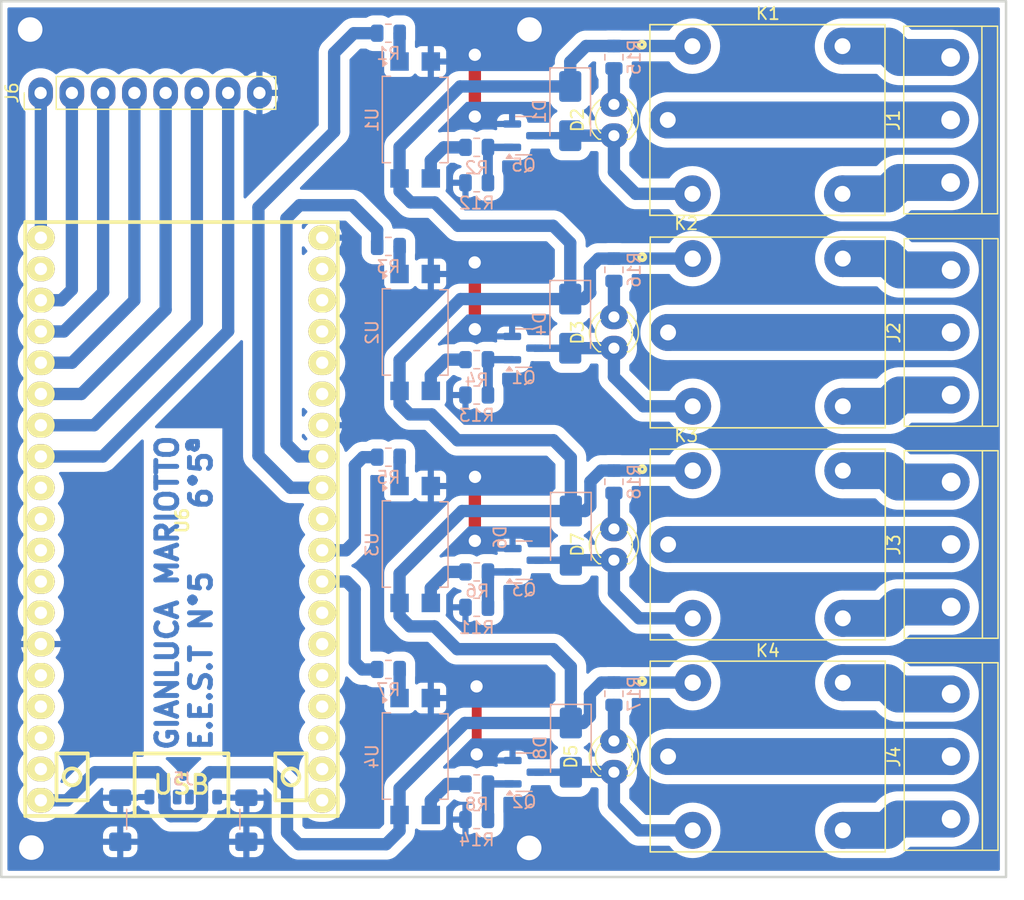
<source format=kicad_pcb>
(kicad_pcb (version 20240108) (generator "pcbnew") (generator_version "8.0")
  (layers (0 "F.Cu" signal) (31 "B.Cu" signal) (34 "B.Paste" user) (35 "F.Paste" user) (36 "B.SilkS" user "B.Silkscreen") (37 "F.SilkS" user "F.Silkscreen") (38 "B.Mask" user) (39 "F.Mask" user) (44 "Edge.Cuts" user))
  (net 0 "")
  (net 1 "GND")
  (net 2 "+5V")
  (net 3 "Net-(D1-A)")
  (net 4 "Net-(D6-A)")
  (net 5 "COM1")
  (net 6 "Net-(Q1-B)")
  (net 7 "Net-(Q2-B)")
  (net 8 "Net-(Q3-B)")
  (net 9 "Net-(Q5-B)")
  (net 10 "Net-(R1-Pad2)")
  (net 11 "Net-(R2-Pad1)")
  (net 12 "Net-(R3-Pad2)")
  (net 13 "Net-(R4-Pad1)")
  (net 14 "Net-(R5-Pad2)")
  (net 15 "Net-(R6-Pad1)")
  (net 16 "Net-(R7-Pad2)")
  (net 17 "Net-(R8-Pad1)")
  (net 19 "IO34")
  (net 23 "IO39")
  (net 26 "IO36")
  (net 27 "IO35")
  (net 29 "IO18")
  (net 31 "IO17")
  (net 32 "IO19")
  (net 34 "IO16")
  (net 39 "+3.3V")
  (net 42 "IO33")
  (net 47 "Net-(D3-K)")
  (net 48 "Net-(D5-K)")
  (net 49 "Net-(D2-A)")
  (net 50 "Net-(D3-A)")
  (net 51 "Net-(D5-A)")
  (net 52 "Net-(D7-A)")
  (net 53 "NO1")
  (net 54 "NC1")
  (net 55 "COM2")
  (net 56 "NO2")
  (net 57 "NC2")
  (net 58 "NO3")
  (net 59 "COM3")
  (net 60 "NC3")
  (net 61 "COM4")
  (net 62 "NC4")
  (net 63 "NO4")
  (net 67 "IO32")
  (footprint "TerminalBlock:TerminalBlock_bornier-3_P5.08mm" (layer "F.Cu") (at 108.115 78.125 90)
    (property "Reference" "J3" (at 5.05 -4.65 -90) (layer "F.SilkS"))
    (property "Value" "bornera")
    (pad "1" thru_hole circle (at 0 0 90) (size 3 3) (drill 1.52) (layers "*.Cu" "*.Mask") (net 58 "NO3"))
    (pad "2" thru_hole circle (at 5.08 0 90) (size 3 3) (drill 1.52) (layers "*.Cu" "*.Mask" "Eco2.User") (net 59 "COM3"))
    (pad "3" thru_hole circle (at 10.16 0 90) (size 3 3) (drill 1.52) (layers "*.Cu" "*.Mask") (net 60 "NC3"))
  )
  (footprint "LED_THT:LED_D3.0mm" (layer "F.Cu") (at 80.7125 39.825 90)
    (property "Reference" "D2" (at 1.27 -2.96 -90) (layer "F.SilkS"))
    (property "Value" "LED")
    (pad "1" thru_hole oval (at 0 0 90) (size 2 2.25) (drill 0.9) (layers "*.Cu" "*.Mask") (net 3 "Net-(D1-A)"))
    (pad "2" thru_hole oval (at 2.54 0 90) (size 2 2.25) (drill 0.9) (layers "*.Cu" "*.Mask") (net 49 "Net-(D2-A)"))
  )
  (footprint "TerminalBlock:TerminalBlock_bornier-3_P5.08mm" (layer "F.Cu") (at 108.1125 95.355 90)
    (property "Reference" "J4" (at 5.05 -4.65 -90) (layer "F.SilkS"))
    (property "Value" "bornera")
    (pad "1" thru_hole circle (at 0 0 90) (size 3 3) (drill 1.52) (layers "*.Cu" "*.Mask") (net 63 "NO4"))
    (pad "2" thru_hole circle (at 5.08 0 90) (size 3 3) (drill 1.52) (layers "*.Cu" "*.Mask") (net 61 "COM4"))
    (pad "3" thru_hole circle (at 10.16 0 90) (size 3 3) (drill 1.52) (layers "*.Cu" "*.Mask") (net 62 "NC4"))
  )
  (footprint "SRD-05VDC-SL-C:RELAY_SRD-05VDC-SL-C" (layer "F.Cu") (at 93.215 73.045)
    (property "Reference" "K3" (at -6.62563 -8.83584 0) (layer "F.SilkS") (effects (font (size 1.000094 1.000094))))
    (property "Value" "RELAY")
    (pad "A1" thru_hole circle (at -6.1 -6) (size 3 3) (drill 1.32) (layers "*.Cu" "*.Mask") (net 2 "+5V"))
    (pad "A2" thru_hole circle (at -6.1 6) (size 3 3) (drill 1.29) (layers "*.Cu" "*.Mask") (net 4 "Net-(D6-A)"))
    (pad "COM" thru_hole circle (at -8.1 0) (size 3 3) (drill 1.29) (layers "*.Cu" "*.Mask") (net 59 "COM3"))
    (pad "NC" thru_hole circle (at 6.1 -6) (size 3 3) (drill 1.29) (layers "*.Cu" "*.Mask") (net 60 "NC3"))
    (pad "NO" thru_hole circle (at 6.1 6) (size 3 3) (drill 1.29) (layers "*.Cu" "*.Mask") (net 58 "NO3"))
  )
  (footprint "LED_THT:LED_D3.0mm" (layer "F.Cu") (at 80.7125 74.32 90)
    (property "Reference" "D7" (at 1.27 -2.96 -90) (layer "F.SilkS"))
    (property "Value" "LED")
    (pad "1" thru_hole oval (at 0 0 90) (size 2 2.25) (drill 0.9) (layers "*.Cu" "*.Mask") (net 4 "Net-(D6-A)"))
    (pad "2" thru_hole oval (at 2.54 0 90) (size 2 2.25) (drill 0.9) (layers "*.Cu" "*.Mask") (net 52 "Net-(D7-A)"))
  )
  (footprint "SRD-05VDC-SL-C:RELAY_SRD-05VDC-SL-C" (layer "F.Cu") (at 93.2125 55.815)
    (property "Reference" "K2" (at -6.62563 -8.83584 0) (layer "F.SilkS") (effects (font (size 1.000094 1.000094))))
    (property "Value" "RELAY")
    (pad "A1" thru_hole circle (at -6.1 -6) (size 3 3) (drill 1.32) (layers "*.Cu" "*.Mask" "Eco1.User") (net 2 "+5V"))
    (pad "A2" thru_hole circle (at -6.1 6) (size 3 3) (drill 1.29) (layers "*.Cu" "*.Mask") (net 47 "Net-(D3-K)"))
    (pad "COM" thru_hole circle (at -8.1 0) (size 3 3) (drill 1.29) (layers "*.Cu" "*.Mask") (net 55 "COM2"))
    (pad "NC" thru_hole circle (at 6.1 -6) (size 3 3) (drill 1.29) (layers "*.Cu" "*.Mask") (net 57 "NC2"))
    (pad "NO" thru_hole circle (at 6.1 6) (size 3 3) (drill 1.29) (layers "*.Cu" "*.Mask") (net 56 "NO2"))
  )
  (footprint "SRD-05VDC-SL-C:RELAY_SRD-05VDC-SL-C" (layer "F.Cu") (at 93.1875 38.55)
    (property "Reference" "K1" (at 0.0375 -8.65 0) (layer "F.SilkS") (effects (font (size 1.000094 1.000094))))
    (property "Value" "RELAY")
    (pad "A1" thru_hole circle (at -6.1 -6) (size 3 3) (drill 1.29) (layers "*.Cu" "*.Mask") (net 2 "+5V"))
    (pad "A2" thru_hole circle (at -6.1 6) (size 3 3) (drill 1.29) (layers "*.Cu" "*.Mask") (net 3 "Net-(D1-A)"))
    (pad "COM" thru_hole circle (at -8.1 0) (size 3 3) (drill 1.29) (layers "*.Cu" "*.Mask") (net 5 "COM1"))
    (pad "NC" thru_hole circle (at 6.1 -6) (size 3 3) (drill 1.29) (layers "*.Cu" "*.Mask") (net 54 "NC1"))
    (pad "NO" thru_hole circle (at 6.1 6) (size 3 3) (drill 1.29) (layers "*.Cu" "*.Mask") (net 53 "NO1"))
  )
  (footprint "TerminalBlock:TerminalBlock_bornier-3_P5.08mm" (layer "F.Cu") (at 108.075 43.63 90)
    (property "Reference" "J1" (at 5.05 -4.65 -90) (layer "F.SilkS"))
    (property "Value" "bornera")
    (pad "1" thru_hole circle (at 0 0 90) (size 3 3) (drill 1.52) (layers "*.Cu" "*.Mask") (net 53 "NO1"))
    (pad "2" thru_hole circle (at 5.08 0 90) (size 3 3) (drill 1.52) (layers "*.Cu" "*.Mask") (net 5 "COM1"))
    (pad "3" thru_hole circle (at 10.16 0 90) (size 3 3) (drill 1.52) (layers "*.Cu" "*.Mask") (net 54 "NC1"))
  )
  (footprint "TerminalBlock:TerminalBlock_bornier-3_P5.08mm" (layer "F.Cu") (at 108.1125 60.895 90)
    (property "Reference" "J2" (at 5.05 -4.65 -90) (layer "F.SilkS"))
    (property "Value" "bornera")
    (pad "1" thru_hole circle (at 0 0 90) (size 3 3) (drill 1.52) (layers "*.Cu" "*.Mask") (net 56 "NO2"))
    (pad "2" thru_hole circle (at 5.08 0 90) (size 3 3) (drill 1.52) (layers "*.Cu" "*.Mask") (net 55 "COM2"))
    (pad "3" thru_hole circle (at 10.16 0 90) (size 3 3) (drill 1.52) (layers "*.Cu" "*.Mask") (net 57 "NC2"))
  )
  (footprint "EESTN5:ESP32S" (layer "F.Cu") (at 45.575 70.975 -90)
    (property "Reference" "U6" (at 0.127 -0.0635 90) (layer "F.SilkS") (effects (font (size 1.016 1.016) (thickness 0.2032))))
    (property "Value" "ESP32" (hide yes))
    (fp_text user "USB" (at 21.59 0 180) (layer "F.SilkS") (effects (font (size 1.524 1.524) (thickness 0.254))))
    (pad "1" thru_hole oval (at -22.86 11.43 270) (size 2 2.25) (drill 1) (layers "*.Cu" "*.Mask" "F.SilkS") (net 39 "+3.3V"))
    (pad "2" thru_hole oval (at -20.32 11.43 270) (size 2 2.25) (drill 1) (layers "*.Cu" "*.Mask" "F.SilkS"))
    (pad "3" thru_hole oval (at -17.78 11.43 270) (size 2 2.25) (drill 1) (layers "*.Cu" "*.Mask" "F.SilkS") (net 67 "IO32"))
    (pad "4" thru_hole oval (at -15.24 11.43 270) (size 2 2.25) (drill 1) (layers "*.Cu" "*.Mask" "F.SilkS") (net 42 "IO33"))
    (pad "5" thru_hole oval (at -12.7 11.43 270) (size 2 2.25) (drill 1) (layers "*.Cu" "*.Mask" "F.SilkS") (net 19 "IO34"))
    (pad "6" thru_hole oval (at -10.16 11.43 270) (size 2 2.25) (drill 1) (layers "*.Cu" "*.Mask" "F.SilkS") (net 27 "IO35"))
    (pad "7" thru_hole oval (at -7.62 11.43 270) (size 2 2.25) (drill 1) (layers "*.Cu" "*.Mask" "F.SilkS") (net 26 "IO36"))
    (pad "8" thru_hole oval (at -5.08 11.43 270) (size 2 2.25) (drill 1) (layers "*.Cu" "*.Mask" "F.SilkS") (net 23 "IO39"))
    (pad "9" thru_hole oval (at -2.54 11.43 270) (size 2 2.25) (drill 1) (layers "*.Cu" "*.Mask" "F.SilkS"))
    (pad "10" thru_hole oval (at 0 11.43 270) (size 2 2.25) (drill 1) (layers "*.Cu" "*.Mask" "F.SilkS"))
    (pad "11" thru_hole oval (at 2.54 11.43 270) (size 2 2.25) (drill 1) (layers "*.Cu" "*.Mask" "F.SilkS"))
    (pad "12" thru_hole oval (at 5.08 11.43 270) (size 2 2.25) (drill 1) (layers "*.Cu" "*.Mask" "F.SilkS"))
    (pad "13" thru_hole oval (at 7.62 11.43 270) (size 2 2.25) (drill 1) (layers "*.Cu" "*.Mask" "F.SilkS"))
    (pad "14" thru_hole oval (at 10.16 11.43 270) (size 2 2.25) (drill 1) (layers "*.Cu" "*.Mask" "F.SilkS") (net 1 "GND"))
    (pad "15" thru_hole oval (at 12.7 11.43 270) (size 2 2.25) (drill 1) (layers "*.Cu" "*.Mask" "F.SilkS"))
    (pad "16" thru_hole oval (at 15.24 11.43 270) (size 2 2.25) (drill 1) (layers "*.Cu" "*.Mask" "F.SilkS"))
    (pad "17" thru_hole oval (at 17.78 11.43 270) (size 2 2.25) (drill 1) (layers "*.Cu" "*.Mask" "F.SilkS"))
    (pad "18" thru_hole oval (at 20.32 11.43 270) (size 2 2.25) (drill 1) (layers "*.Cu" "*.Mask" "F.SilkS"))
    (pad "19" thru_hole oval (at 22.86 11.43 270) (size 2 2.25) (drill 1) (layers "*.Cu" "*.Mask" "F.SilkS") (net 2 "+5V"))
    (pad "20" thru_hole oval (at 22.86 -11.43 270) (size 2 2.25) (drill 1) (layers "*.Cu" "*.Mask" "F.SilkS"))
    (pad "21" thru_hole oval (at 20.32 -11.43 270) (size 2 2.25) (drill 1) (layers "*.Cu" "*.Mask" "F.SilkS"))
    (pad "22" thru_hole oval (at 17.78 -11.43 270) (size 2 2.25) (drill 1) (layers "*.Cu" "*.Mask" "F.SilkS"))
    (pad "23" thru_hole oval (at 15.24 -11.43 270) (size 2 2.25) (drill 1) (layers "*.Cu" "*.Mask" "F.SilkS"))
    (pad "24" thru_hole oval (at 12.7 -11.43 270) (size 2 2.25) (drill 1) (layers "*.Cu" "*.Mask" "F.SilkS"))
    (pad "25" thru_hole oval (at 10.16 -11.43 270) (size 2 2.25) (drill 1) (layers "*.Cu" "*.Mask" "F.SilkS"))
    (pad "26" thru_hole oval (at 7.62 -11.43 270) (size 2 2.25) (drill 1) (layers "*.Cu" "*.Mask" "F.SilkS"))
    (pad "27" thru_hole oval (at 5.08 -11.43 270) (size 2 2.25) (drill 1) (layers "*.Cu" "*.Mask" "F.SilkS") (net 34 "IO16"))
    (pad "28" thru_hole oval (at 2.54 -11.43 270) (size 2 2.25) (drill 1) (layers "*.Cu" "*.Mask" "F.SilkS") (net 31 "IO17"))
    (pad "29" thru_hole oval (at 0 -11.43 270) (size 2 2.25) (drill 1) (layers "*.Cu" "*.Mask" "F.SilkS"))
    (pad "30" thru_hole oval (at -2.54 -11.43 270) (size 2 2.25) (drill 1) (layers "*.Cu" "*.Mask" "F.SilkS") (net 29 "IO18"))
    (pad "31" thru_hole oval (at -5.08 -11.43 270) (size 2 2.25) (drill 1) (layers "*.Cu" "*.Mask" "F.SilkS") (net 32 "IO19"))
    (pad "32" thru_hole oval (at -7.62 -11.43 270) (size 2 2.25) (drill 1) (layers "*.Cu" "*.Mask" "F.SilkS") (net 1 "GND"))
    (pad "33" thru_hole oval (at -10.16 -11.43 270) (size 2 2.25) (drill 1) (layers "*.Cu" "*.Mask" "F.SilkS"))
    (pad "34" thru_hole oval (at -12.7 -11.43 270) (size 2 2.25) (drill 1) (layers "*.Cu" "*.Mask" "F.SilkS"))
    (pad "35" thru_hole oval (at -15.24 -11.43 270) (size 2 2.25) (drill 1) (layers "*.Cu" "*.Mask" "F.SilkS"))
    (pad "36" thru_hole oval (at -17.78 -11.43 270) (size 2 2.25) (drill 1) (layers "*.Cu" "*.Mask" "F.SilkS"))
    (pad "37" thru_hole oval (at -20.32 -11.43 270) (size 2 2.25) (drill 1) (layers "*.Cu" "*.Mask" "F.SilkS"))
    (pad "38" thru_hole oval (at -22.86 -11.43 270) (size 2 2.25) (drill 1) (layers "*.Cu" "*.Mask" "F.SilkS") (net 1 "GND"))
  )
  (footprint "Connector_PinHeader_2.54mm:PinHeader_1x08_P2.54mm_Vertical" (layer "F.Cu") (at 34.125 36.35 90)
    (property "Reference" "J6" (at 0 -2.33 -90) (layer "F.SilkS"))
    (property "Value" "Conn_01x08_Pin")
    (pad "1" thru_hole oval (at 0 0 90) (size 2.5 2) (drill 1) (layers "*.Cu" "*.Mask") (net 39 "+3.3V"))
    (pad "2" thru_hole oval (at 0 2.54 90) (size 2.5 2) (drill 1) (layers "*.Cu" "*.Mask") (net 67 "IO32"))
    (pad "3" thru_hole oval (at 0 5.08 90) (size 2.5 2) (drill 1) (layers "*.Cu" "*.Mask") (net 42 "IO33"))
    (pad "4" thru_hole oval (at 0 7.62 90) (size 2.5 2) (drill 1) (layers "*.Cu" "*.Mask") (net 19 "IO34"))
    (pad "5" thru_hole oval (at 0 10.16 90) (size 2.5 2) (drill 1) (layers "*.Cu" "*.Mask") (net 27 "IO35"))
    (pad "6" thru_hole oval (at 0 12.7 90) (size 2.5 2) (drill 1) (layers "*.Cu" "*.Mask") (net 26 "IO36"))
    (pad "7" thru_hole oval (at 0 15.24 90) (size 2.5 2) (drill 1) (layers "*.Cu" "*.Mask") (net 23 "IO39"))
    (pad "8" thru_hole oval (at 0 17.78 90) (size 2.5 2) (drill 1) (layers "*.Cu" "*.Mask") (net 1 "GND"))
  )
  (footprint "LED_THT:LED_D3.0mm" (layer "F.Cu") (at 80.7125 57.09 90)
    (property "Reference" "D3" (at 1.27 -2.96 -90) (layer "F.SilkS"))
    (property "Value" "LED")
    (pad "1" thru_hole oval (at 0 0 90) (size 2 2.25) (drill 0.9) (layers "*.Cu" "*.Mask") (net 47 "Net-(D3-K)"))
    (pad "2" thru_hole oval (at 2.54 0 90) (size 2 2.25) (drill 0.9) (layers "*.Cu" "*.Mask") (net 50 "Net-(D3-A)"))
  )
  (footprint "LED_THT:LED_D3.0mm" (layer "F.Cu") (at 80.7125 91.55 90)
    (property "Reference" "D5" (at 1.27 -3.5 -90) (layer "F.SilkS"))
    (property "Value" "LED")
    (pad "1" thru_hole oval (at 0 0 90) (size 2 2.25) (drill 0.9) (layers "*.Cu" "*.Mask") (net 48 "Net-(D5-K)"))
    (pad "2" thru_hole oval (at 2.54 0 90) (size 2 2.25) (drill 0.9) (layers "*.Cu" "*.Mask") (net 51 "Net-(D5-A)"))
  )
  (footprint "SRD-05VDC-SL-C:RELAY_SRD-05VDC-SL-C" (layer "F.Cu") (at 93.2125 90.275)
    (property "Reference" "K4" (at 0 -8.6 0) (layer "F.SilkS") (effects (font (size 1.000094 1.000094))))
    (property "Value" "RELAY")
    (pad "A1" thru_hole circle (at -6.1 -6) (size 3 3) (drill 1.32) (layers "*.Cu" "*.Mask") (net 2 "+5V"))
    (pad "A2" thru_hole circle (at -6.1 6) (size 3 3) (drill 1.29) (layers "*.Cu" "*.Mask") (net 48 "Net-(D5-K)"))
    (pad "COM" thru_hole circle (at -8.1 0) (size 3 3) (drill 1.29) (layers "*.Cu" "*.Mask") (net 61 "COM4"))
    (pad "NC" thru_hole circle (at 6.1 -6) (size 3 3) (drill 1.29) (layers "*.Cu" "*.Mask") (net 62 "NC4"))
    (pad "NO" thru_hole circle (at 6.1 6) (size 3 3) (drill 1.29) (layers "*.Cu" "*.Mask") (net 63 "NO4"))
  )
  (footprint "Resistor_SMD:R_0805_2012Metric" (layer "B.Cu") (at 69.5625 75.275)
    (property "Reference" "R6" (at 0.05 1.55 0) (layer "B.SilkS") (effects (justify mirror)))
    (property "Value" "470Ω")
    (pad "1" smd roundrect (at -0.9125 0) (size 1.025 1.4) (layers "B.Cu" "B.Paste" "B.Mask") (roundrect_rratio 0.243902) (net 15 "Net-(R6-Pad1)"))
    (pad "2" smd roundrect (at 0.9125 0) (size 1.025 1.4) (layers "B.Cu" "B.Paste" "B.Mask") (roundrect_rratio 0.243902) (net 8 "Net-(Q3-B)"))
  )
  (footprint "Resistor_SMD:R_0805_2012Metric" (layer "B.Cu") (at 62.3875 48.825)
    (property "Reference" "R3" (at 0 1.65 0) (layer "B.SilkS") (effects (justify mirror)))
    (property "Value" "330Ω")
    (pad "1" smd roundrect (at -0.9125 0) (size 1.025 1.4) (layers "B.Cu" "B.Paste" "B.Mask") (roundrect_rratio 0.243902) (net 32 "IO19"))
    (pad "2" smd roundrect (at 0.9125 0) (size 1.025 1.4) (layers "B.Cu" "B.Paste" "B.Mask") (roundrect_rratio 0.243902) (net 12 "Net-(R3-Pad2)"))
  )
  (footprint "Resistor_SMD:R_0805_2012Metric" (layer "B.Cu") (at 69.5625 95.4)
    (property "Reference" "R14" (at 0 1.65 0) (layer "B.SilkS") (effects (justify mirror)))
    (property "Value" "10kΩ")
    (pad "1" smd roundrect (at -0.9125 0) (size 1.025 1.4) (layers "B.Cu" "B.Paste" "B.Mask") (roundrect_rratio 0.243902) (net 1 "GND"))
    (pad "2" smd roundrect (at 0.9125 0) (size 1.025 1.4) (layers "B.Cu" "B.Paste" "B.Mask") (roundrect_rratio 0.243902) (net 7 "Net-(Q2-B)"))
  )
  (footprint "Diode_SMD:D_SMA" (layer "B.Cu") (at 77.1625 55.1 -90)
    (property "Reference" "D4" (at 0 2.5 90) (layer "B.SilkS") (effects (justify mirror)))
    (property "Value" "1N4007")
    (pad "1" smd roundrect (at -2 0 270) (size 2.5 1.8) (layers "B.Cu" "B.Paste" "B.Mask") (roundrect_rratio 0.1388888889) (net 2 "+5V"))
    (pad "2" smd roundrect (at 2 0 270) (size 2.5 1.8) (layers "B.Cu" "B.Paste" "B.Mask") (roundrect_rratio 0.1388888889) (net 47 "Net-(D3-K)"))
  )
  (footprint "Diode_SMD:D_SMA" (layer "B.Cu") (at 77.2125 72.325 -90)
    (property "Reference" "D6" (at 0.15 5.75 90) (layer "B.SilkS") (effects (justify mirror)))
    (property "Value" "1N4007")
    (pad "1" smd roundrect (at -2 0 270) (size 2.5 1.8) (layers "B.Cu" "B.Paste" "B.Mask") (roundrect_rratio 0.1388888889) (net 2 "+5V"))
    (pad "2" smd roundrect (at 2 0 270) (size 2.5 1.8) (layers "B.Cu" "B.Paste" "B.Mask") (roundrect_rratio 0.1388888889) (net 4 "Net-(D6-A)"))
  )
  (footprint "Package_SO:SSO-4_6.7x5.1mm_P2.54mm_Clearance8mm" (layer "B.Cu") (at 64.5625 90.275 -90)
    (property "Reference" "U4" (at 0 3.5 90) (layer "B.SilkS") (effects (justify mirror)))
    (property "Value" "PC817")
    (pad "1" smd rect (at -4.75 1.27 270) (size 1.5 1.5) (layers "B.Cu" "B.Paste" "B.Mask") (net 16 "Net-(R7-Pad2)"))
    (pad "2" smd rect (at -4.75 -1.27 270) (size 1.5 1.5) (layers "B.Cu" "B.Paste" "B.Mask") (net 1 "GND"))
    (pad "3" smd rect (at 4.75 -1.27 270) (size 1.5 1.5) (layers "B.Cu" "B.Paste" "B.Mask") (net 17 "Net-(R8-Pad1)"))
    (pad "4" smd rect (at 4.75 1.27 270) (size 1.5 1.5) (layers "B.Cu" "B.Paste" "B.Mask") (net 2 "+5V"))
  )
  (footprint "Package_SO:SSO-4_6.7x5.1mm_P2.54mm_Clearance8mm" (layer "B.Cu") (at 64.5625 73.045 -90)
    (property "Reference" "U3" (at 0 3.5 90) (layer "B.SilkS") (effects (justify mirror)))
    (property "Value" "PC817")
    (pad "1" smd rect (at -4.75 1.27 270) (size 1.5 1.5) (layers "B.Cu" "B.Paste" "B.Mask") (net 14 "Net-(R5-Pad2)"))
    (pad "2" smd rect (at -4.75 -1.27 270) (size 1.5 1.5) (layers "B.Cu" "B.Paste" "B.Mask") (net 1 "GND"))
    (pad "3" smd rect (at 4.75 -1.27 270) (size 1.5 1.5) (layers "B.Cu" "B.Paste" "B.Mask") (net 15 "Net-(R6-Pad1)"))
    (pad "4" smd rect (at 4.75 1.27 270) (size 1.5 1.5) (layers "B.Cu" "B.Paste" "B.Mask") (net 2 "+5V"))
  )
  (footprint "Resistor_SMD:R_0805_2012Metric" (layer "B.Cu") (at 69.5625 58.025)
    (property "Reference" "R4" (at 0 1.65 0) (layer "B.SilkS") (effects (justify mirror)))
    (property "Value" "470Ω")
    (pad "1" smd roundrect (at -0.9125 0) (size 1.025 1.4) (layers "B.Cu" "B.Paste" "B.Mask") (roundrect_rratio 0.243902) (net 13 "Net-(R4-Pad1)"))
    (pad "2" smd roundrect (at 0.9125 0) (size 1.025 1.4) (layers "B.Cu" "B.Paste" "B.Mask") (roundrect_rratio 0.243902) (net 6 "Net-(Q1-B)"))
  )
  (footprint "Resistor_SMD:R_0805_2012Metric" (layer "B.Cu") (at 69.5625 92.5)
    (property "Reference" "R8" (at 0 1.65 0) (layer "B.SilkS") (effects (justify mirror)))
    (property "Value" "470Ω")
    (pad "1" smd roundrect (at -0.9125 0) (size 1.025 1.4) (layers "B.Cu" "B.Paste" "B.Mask") (roundrect_rratio 0.243902) (net 17 "Net-(R8-Pad1)"))
    (pad "2" smd roundrect (at 0.9125 0) (size 1.025 1.4) (layers "B.Cu" "B.Paste" "B.Mask") (roundrect_rratio 0.243902) (net 7 "Net-(Q2-B)"))
  )
  (footprint "Connector_USB:USB_C_Receptacle_GCT_USB4135-GF-A_6P_TopMnt_Horizontal" (layer "B.Cu") (at 45.72 96.6 180)
    (property "Reference" "J5" (at 0 4.5 0) (layer "B.SilkS") (effects (justify mirror)))
    (property "Value" "~")
    (pad "A5" smd roundrect (at -0.5 3.0325 180) (size 0.7 1.2) (layers "B.Cu" "B.Paste" "B.Mask"))
    (pad "A9" smd roundrect (at 1.52 3.0325) (size 0.76 1.2) (layers "B.Cu" "B.Paste" "B.Mask") (net 2 "+5V"))
    (pad "A12" smd roundrect (at 2.75 3.0325) (size 0.8 1.2) (layers "B.Cu" "B.Paste" "B.Mask") (net 1 "GND"))
    (pad "B5" smd roundrect (at 0.5 3.0325) (size 0.7 1.2) (layers "B.Cu" "B.Paste" "B.Mask"))
    (pad "B9" smd roundrect (at -1.52 3.0325 180) (size 0.76 1.2) (layers "B.Cu" "B.Paste" "B.Mask") (net 2 "+5V"))
    (pad "B12" smd roundrect (at -2.75 3.0325 180) (size 0.8 1.2) (layers "B.Cu" "B.Paste" "B.Mask") (net 1 "GND"))
    (pad "S1" smd roundrect (at -5.125 -0.6025 180) (size 1.8 1.5) (layers "B.Cu" "B.Paste" "B.Mask") (roundrect_rratio 0.1666666667) (net 1 "GND"))
    (pad "S1" smd roundrect (at -5.125 2.9775 180) (size 1.8 1.35) (layers "B.Cu" "B.Paste" "B.Mask") (roundrect_rratio 0.1851851852) (net 1 "GND"))
    (pad "S1" smd roundrect (at 5.125 -0.6025 180) (size 1.8 1.5) (layers "B.Cu" "B.Paste" "B.Mask") (roundrect_rratio 0.1666666667) (net 1 "GND"))
    (pad "S1" smd roundrect (at 5.125 2.9775 180) (size 1.8 1.35) (layers "B.Cu" "B.Paste" "B.Mask") (roundrect_rratio 0.1851851852) (net 1 "GND"))
  )
  (footprint "Package_SO:SSO-4_6.7x5.1mm_P2.54mm_Clearance8mm" (layer "B.Cu") (at 64.5625 38.55 -90)
    (property "Reference" "U1" (at 0 3.5 90) (layer "B.SilkS") (effects (justify mirror)))
    (property "Value" "PC817")
    (pad "1" smd rect (at -4.75 1.27 270) (size 1.5 1.5) (layers "B.Cu" "B.Paste" "B.Mask") (net 10 "Net-(R1-Pad2)"))
    (pad "2" smd rect (at -4.75 -1.27 270) (size 1.5 1.5) (layers "B.Cu" "B.Paste" "B.Mask") (net 1 "GND"))
    (pad "3" smd rect (at 4.75 -1.27 270) (size 1.5 1.5) (layers "B.Cu" "B.Paste" "B.Mask") (net 11 "Net-(R2-Pad1)"))
    (pad "4" smd rect (at 4.75 1.27 270) (size 1.5 1.5) (layers "B.Cu" "B.Paste" "B.Mask") (net 2 "+5V"))
  )
  (footprint "Diode_SMD:D_SMA" (layer "B.Cu") (at 77.1625 37.825 -90)
    (property "Reference" "D1" (at 0 2.5 90) (layer "B.SilkS") (effects (justify mirror)))
    (property "Value" "1N4007")
    (pad "1" smd roundrect (at -2 0 270) (size 2.5 1.8) (layers "B.Cu" "B.Paste" "B.Mask") (roundrect_rratio 0.1388888889) (net 2 "+5V"))
    (pad "2" smd roundrect (at 2 0 270) (size 2.5 1.8) (layers "B.Cu" "B.Paste" "B.Mask") (roundrect_rratio 0.1388888889) (net 3 "Net-(D1-A)"))
  )
  (footprint "Resistor_SMD:R_0805_2012Metric" (layer "B.Cu") (at 80.7125 85.175 90)
    (property "Reference" "R17" (at 0 1.65 -90) (layer "B.SilkS") (effects (justify mirror)))
    (property "Value" "330Ω")
    (pad "1" smd roundrect (at -0.9125 0 90) (size 1.025 1.4) (layers "B.Cu" "B.Paste" "B.Mask") (roundrect_rratio 0.243902) (net 51 "Net-(D5-A)"))
    (pad "2" smd roundrect (at 0.9125 0 90) (size 1.025 1.4) (layers "B.Cu" "B.Paste" "B.Mask") (roundrect_rratio 0.243902) (net 2 "+5V"))
  )
  (footprint "Resistor_SMD:R_0805_2012Metric" (layer "B.Cu") (at 80.7125 67.95 90)
    (property "Reference" "R18" (at 0 1.65 -90) (layer "B.SilkS") (effects (justify mirror)))
    (property "Value" "330Ω")
    (pad "1" smd roundrect (at -0.9125 0 90) (size 1.025 1.4) (layers "B.Cu" "B.Paste" "B.Mask") (roundrect_rratio 0.243902) (net 52 "Net-(D7-A)"))
    (pad "2" smd roundrect (at 0.9125 0 90) (size 1.025 1.4) (layers "B.Cu" "B.Paste" "B.Mask") (roundrect_rratio 0.243902) (net 2 "+5V"))
  )
  (footprint "Resistor_SMD:R_0805_2012Metric" (layer "B.Cu") (at 80.7125 33.45 90)
    (property "Reference" "R15" (at 0 1.65 -90) (layer "B.SilkS") (effects (justify mirror)))
    (property "Value" "330Ω")
    (pad "1" smd roundrect (at -0.9125 0 90) (size 1.025 1.4) (layers "B.Cu" "B.Paste" "B.Mask") (roundrect_rratio 0.243902) (net 49 "Net-(D2-A)"))
    (pad "2" smd roundrect (at 0.9125 0 90) (size 1.025 1.4) (layers "B.Cu" "B.Paste" "B.Mask") (roundrect_rratio 0.243902) (net 2 "+5V"))
  )
  (footprint "Package_TO_SOT_SMD:SOT-23" (layer "B.Cu") (at 73.375 57.0875)
    (property "Reference" "Q1" (at 0 2.4 0) (layer "B.SilkS") (effects (justify mirror)))
    (property "Value" "BC817")
    (pad "1" smd roundrect (at -0.9375 0.95) (size 1.475 0.6) (layers "B.Cu" "B.Paste" "B.Mask") (net 6 "Net-(Q1-B)"))
    (pad "2" smd roundrect (at -0.9375 -0.95) (size 1.475 0.6) (layers "B.Cu" "B.Paste" "B.Mask") (net 1 "GND"))
    (pad "3" smd roundrect (at 0.9375 0) (size 1.475 0.6) (layers "B.Cu" "B.Paste" "B.Mask") (net 47 "Net-(D3-K)"))
  )
  (footprint "Diode_SMD:D_SMA" (layer "B.Cu") (at 77.2125 89.55 -90)
    (property "Reference" "D8" (at 0 2.5 90) (layer "B.SilkS") (effects (justify mirror)))
    (property "Value" "1N4007")
    (pad "1" smd roundrect (at -2 0 270) (size 2.5 1.8) (layers "B.Cu" "B.Paste" "B.Mask") (roundrect_rratio 0.1388888889) (net 2 "+5V"))
    (pad "2" smd roundrect (at 2 0 270) (size 2.5 1.8) (layers "B.Cu" "B.Paste" "B.Mask") (roundrect_rratio 0.1388888889) (net 48 "Net-(D5-K)"))
  )
  (footprint "Resistor_SMD:R_0805_2012Metric" (layer "B.Cu") (at 62.3875 65.95)
    (property "Reference" "R5" (at 0 1.65 0) (layer "B.SilkS") (effects (justify mirror)))
    (property "Value" "330Ω")
    (pad "1" smd roundrect (at -0.9125 0) (size 1.025 1.4) (layers "B.Cu" "B.Paste" "B.Mask") (roundrect_rratio 0.243902) (net 31 "IO17"))
    (pad "2" smd roundrect (at 0.9125 0) (size 1.025 1.4) (layers "B.Cu" "B.Paste" "B.Mask") (roundrect_rratio 0.243902) (net 14 "Net-(R5-Pad2)"))
  )
  (footprint "Package_TO_SOT_SMD:SOT-23" (layer "B.Cu") (at 73.4125 91.55)
    (property "Reference" "Q2" (at 0 2.4 0) (layer "B.SilkS") (effects (justify mirror)))
    (property "Value" "BC817")
    (pad "1" smd roundrect (at -0.9375 0.95) (size 1.475 0.6) (layers "B.Cu" "B.Paste" "B.Mask") (net 7 "Net-(Q2-B)"))
    (pad "2" smd roundrect (at -0.9375 -0.95) (size 1.475 0.6) (layers "B.Cu" "B.Paste" "B.Mask") (net 1 "GND"))
    (pad "3" smd roundrect (at 0.9375 0) (size 1.475 0.6) (layers "B.Cu" "B.Paste" "B.Mask") (net 48 "Net-(D5-K)"))
  )
  (footprint "Resistor_SMD:R_0805_2012Metric" (layer "B.Cu") (at 62.3875 83.2)
    (property "Reference" "R7" (at 0 1.65 0) (layer "B.SilkS") (effects (justify mirror)))
    (property "Value" "330Ω")
    (pad "1" smd roundrect (at -0.9125 0) (size 1.025 1.4) (layers "B.Cu" "B.Paste" "B.Mask") (roundrect_rratio 0.243902) (net 34 "IO16"))
    (pad "2" smd roundrect (at 0.9125 0) (size 1.025 1.4) (layers "B.Cu" "B.Paste" "B.Mask") (roundrect_rratio 0.243902) (net 16 "Net-(R7-Pad2)"))
  )
  (footprint "Package_TO_SOT_SMD:SOT-23" (layer "B.Cu") (at 73.375 39.825)
    (property "Reference" "Q5" (at 0 2.4 0) (layer "B.SilkS") (effects (justify mirror)))
    (property "Value" "BC817")
    (pad "1" smd roundrect (at -0.9375 0.95) (size 1.475 0.6) (layers "B.Cu" "B.Paste" "B.Mask") (net 9 "Net-(Q5-B)"))
    (pad "2" smd roundrect (at -0.9375 -0.95) (size 1.475 0.6) (layers "B.Cu" "B.Paste" "B.Mask") (net 1 "GND"))
    (pad "3" smd roundrect (at 0.9375 0) (size 1.475 0.6) (layers "B.Cu" "B.Paste" "B.Mask") (net 3 "Net-(D1-A)"))
  )
  (footprint "Resistor_SMD:R_0805_2012Metric" (layer "B.Cu") (at 69.5625 78.15)
    (property "Reference" "R11" (at 0 1.65 0) (layer "B.SilkS") (effects (justify mirror)))
    (property "Value" "10kΩ")
    (pad "1" smd roundrect (at -0.9125 0) (size 1.025 1.4) (layers "B.Cu" "B.Paste" "B.Mask") (roundrect_rratio 0.243902) (net 1 "GND"))
    (pad "2" smd roundrect (at 0.9125 0) (size 1.025 1.4) (layers "B.Cu" "B.Paste" "B.Mask") (roundrect_rratio 0.243902) (net 8 "Net-(Q3-B)"))
  )
  (footprint "Resistor_SMD:R_0805_2012Metric" (layer "B.Cu") (at 69.5625 40.775)
    (property "Reference" "R2" (at 0 1.65 0) (layer "B.SilkS") (effects (justify mirror)))
    (property "Value" "1kΩ")
    (pad "1" smd roundrect (at -0.9125 0) (size 1.025 1.4) (layers "B.Cu" "B.Paste" "B.Mask") (roundrect_rratio 0.243902) (net 11 "Net-(R2-Pad1)"))
    (pad "2" smd roundrect (at 0.9125 0) (size 1.025 1.4) (layers "B.Cu" "B.Paste" "B.Mask") (roundrect_rratio 0.243902) (net 9 "Net-(Q5-B)"))
  )
  (footprint "Package_SO:SSO-4_6.7x5.1mm_P2.54mm_Clearance8mm" (layer "B.Cu") (at 64.5625 55.815 -90)
    (property "Reference" "U2" (at 0 3.5 90) (layer "B.SilkS") (effects (justify mirror)))
    (property "Value" "PC817")
    (pad "1" smd rect (at -4.75 1.27 270) (size 1.5 1.5) (layers "B.Cu" "B.Paste" "B.Mask") (net 12 "Net-(R3-Pad2)"))
    (pad "2" smd rect (at -4.75 -1.27 270) (size 1.5 1.5) (layers "B.Cu" "B.Paste" "B.Mask") (net 1 "GND"))
    (pad "3" smd rect (at 4.75 -1.27 270) (size 1.5 1.5) (layers "B.Cu" "B.Paste" "B.Mask") (net 13 "Net-(R4-Pad1)"))
    (pad "4" smd rect (at 4.75 1.27 270) (size 1.5 1.5) (layers "B.Cu" "B.Paste" "B.Mask") (net 2 "+5V"))
  )
  (footprint "Resistor_SMD:R_0805_2012Metric" (layer "B.Cu") (at 80.7125 50.725 90)
    (property "Reference" "R16" (at 0 1.65 -90) (layer "B.SilkS") (effects (justify mirror)))
    (property "Value" "330Ω")
    (pad "1" smd roundrect (at -0.9125 0 90) (size 1.025 1.4) (layers "B.Cu" "B.Paste" "B.Mask") (roundrect_rratio 0.243902) (net 50 "Net-(D3-A)"))
    (pad "2" smd roundrect (at 0.9125 0 90) (size 1.025 1.4) (layers "B.Cu" "B.Paste" "B.Mask") (roundrect_rratio 0.243902) (net 2 "+5V"))
  )
  (footprint "Resistor_SMD:R_0805_2012Metric" (layer "B.Cu") (at 69.5625 43.65)
    (property "Reference" "R12" (at 0 1.65 0) (layer "B.SilkS") (effects (justify mirror)))
    (property "Value" "10kΩ")
    (pad "1" smd roundrect (at -0.9125 0) (size 1.025 1.4) (layers "B.Cu" "B.Paste" "B.Mask") (roundrect_rratio 0.243902) (net 1 "GND"))
    (pad "2" smd roundrect (at 0.9125 0) (size 1.025 1.4) (layers "B.Cu" "B.Paste" "B.Mask") (roundrect_rratio 0.243902) (net 9 "Net-(Q5-B)"))
  )
  (footprint "Package_TO_SOT_SMD:SOT-23" (layer "B.Cu") (at 73.4125 74.325)
    (property "Reference" "Q3" (at 0 2.4 0) (layer "B.SilkS") (effects (justify mirror)))
    (property "Value" "BC817")
    (pad "1" smd roundrect (at -0.9375 0.95) (size 1.475 0.6) (layers "B.Cu" "B.Paste" "B.Mask") (net 8 "Net-(Q3-B)"))
    (pad "2" smd roundrect (at -0.9375 -0.95) (size 1.475 0.6) (layers "B.Cu" "B.Paste" "B.Mask") (net 1 "GND"))
    (pad "3" smd roundrect (at 0.9375 0) (size 1.475 0.6) (layers "B.Cu" "B.Paste" "B.Mask") (net 4 "Net-(D6-A)"))
  )
  (footprint "Resistor_SMD:R_0805_2012Metric" (layer "B.Cu") (at 62.3875 31.5)
    (property "Reference" "R1" (at 0 1.65 0) (layer "B.SilkS") (effects (justify mirror)))
    (property "Value" "330Ω")
    (pad "1" smd roundrect (at -0.9125 0) (size 1.025 1.4) (layers "B.Cu" "B.Paste" "B.Mask") (roundrect_rratio 0.243902) (net 29 "IO18"))
    (pad "2" smd roundrect (at 0.9125 0) (size 1.025 1.4) (layers "B.Cu" "B.Paste" "B.Mask") (roundrect_rratio 0.243902) (net 10 "Net-(R1-Pad2)"))
  )
  (footprint "Resistor_SMD:R_0805_2012Metric" (layer "B.Cu") (at 69.5625 60.9)
    (property "Reference" "R13" (at 0 1.65 0) (layer "B.SilkS") (effects (justify mirror)))
    (property "Value" "10kΩ")
    (pad "1" smd roundrect (at -0.9125 0) (size 1.025 1.4) (layers "B.Cu" "B.Paste" "B.Mask") (roundrect_rratio 0.243902) (net 1 "GND"))
    (pad "2" smd roundrect (at 0.9125 0) (size 1.025 1.4) (layers "B.Cu" "B.Paste" "B.Mask") (roundrect_rratio 0.243902) (net 6 "Net-(Q1-B)"))
  )
  (gr_rect (start 30.925 28.9) (end 112.575 100.065) (stroke (width 0.2)) (fill none) (layer "Edge.Cuts"))
  (gr_text "GIANLUCA MARIOTTO\nE.E.S.T N°5    6°5ª" (at 48.15 89.95 90) (layer "B.Cu") (effects (font (size 1.7 1.7) (thickness 0.4) (bold yes)) (justify left bottom)))
  (segment (start 69.4125 67.5625) (end 69.425 67.55) (width 1) (layer "F.Cu") (net 1))
  (segment (start 69.3875 38.3) (end 69.4125 38.275) (width 1) (layer "F.Cu") (net 1))
  (segment (start 69.55 84.575) (end 69.5625 84.5875) (width 0.8) (layer "F.Cu") (net 1))
  (segment (start 69.4125 38.275) (end 69.4125 33.25) (width 1) (layer "F.Cu") (net 1))
  (segment (start 69.5625 84.5875) (end 69.5625 90.1) (width 0.8) (layer "F.Cu") (net 1))
  (segment (start 69.4 50.125) (end 69.4125 50.1375) (width 1) (layer "F.Cu") (net 1))
  (segment (start 69.4125 50.1375) (end 69.4125 55.55) (width 1) (layer "F.Cu") (net 1))
  (segment (start 69.4125 72.75) (end 69.4125 67.5625) (width 1) (layer "F.Cu") (net 1))
  (segment (start 69.6 90.0625) (end 69.5625 90.1) (width 0.8) (layer "F.Cu") (net 1))
  (via (at 73.825 97.7) (size 3) (drill 2) (layers "F.Cu" "B.Cu") (net 1))
  (via (at 69.4125 38.275) (size 2) (drill 1) (layers "F.Cu" "B.Cu") (net 1))
  (via (at 33.275 31.2) (size 3) (drill 2) (layers "F.Cu" "B.Cu") (net 1))
  (via (at 69.55 84.575) (size 2) (drill 1) (layers "F.Cu" "B.Cu") (net 1))
  (via (at 69.4125 33.25) (size 2) (drill 1) (layers "F.Cu" "B.Cu") (net 1))
  (via (at 33.375 97.675) (size 3) (drill 2) (layers "F.Cu" "B.Cu") (net 1))
  (via (at 69.425 67.55) (size 2) (drill 1) (layers "F.Cu" "B.Cu") (net 1))
  (via (at 73.85 31.2) (size 3) (drill 2) (layers "F.Cu" "B.Cu") (net 1))
  (via (at 69.4125 55.55) (size 2) (drill 1) (layers "F.Cu" "B.Cu") (net 1))
  (via (at 69.4 50.125) (size 2) (drill 1) (layers "F.Cu" "B.Cu") (net 1))
  (via (at 69.5625 90.1) (size 2) (drill 1) (layers "F.Cu" "B.Cu") (net 1))
  (via (at 69.4125 72.75) (size 2) (drill 1) (layers "F.Cu" "B.Cu") (net 1))
  (segment (start 62.2 97.4) (end 63.2925 96.3075) (width 1) (layer "B.Cu") (net 2))
  (segment (start 78.8 69.9) (end 78.8 67.934252) (width 1) (layer "B.Cu") (net 2))
  (segment (start 78.7625 52.55) (end 78.7625 50.5125) (width 1) (layer "B.Cu") (net 2))
  (segment (start 65.9 62.475) (end 68 64.575) (width 1) (layer "B.Cu") (net 2))
  (segment (start 63.2925 44.3425) (end 64.2 45.25) (width 1) (layer "B.Cu") (net 2))
  (segment (start 77.1625 33.825) (end 78.45 32.5375) (width 1) (layer "B.Cu") (net 2))
  (segment (start 63.2925 61.6425) (end 64.125 62.475) (width 1) (layer "B.Cu") (net 2))
  (segment (start 77.1625 48.5375) (end 77.1625 53.1) (width 1) (layer "B.Cu") (net 2))
  (segment (start 46.725 95.125) (end 47.24 94.61) (width 1) (layer "B.Cu") (net 2))
  (segment (start 78.375 70.325) (end 78.8 69.9) (width 1) (layer "B.Cu") (net 2))
  (segment (start 54.15 96.45) (end 55.1 97.4) (width 1) (layer "B.Cu") (net 2))
  (segment (start 79.4625 49.8125) (end 80.7125 49.8125) (width 1) (layer "B.Cu") (net 2))
  (segment (start 68.05 47.15) (end 75.775 47.15) (width 1) (layer "B.Cu") (net 2))
  (segment (start 77.1625 53.1) (end 78.2625 53.1) (width 1) (layer "B.Cu") (net 2))
  (segment (start 63.2925 96.3075) (end 63.2925 95.025) (width 1) (layer "B.Cu") (net 2))
  (segment (start 38.55 91.55) (end 36.265 93.835) (width 1) (layer "B.Cu") (net 2))
  (segment (start 78.7625 87) (end 78.7625 85.196752) (width 1) (layer "B.Cu") (net 2))
  (segment (start 68.6 87.55) (end 77.2125 87.55) (width 1) (layer "B.Cu") (net 2))
  (segment (start 63.2925 78.8675) (end 64.125 79.7) (width 1) (layer "B.Cu") (net 2))
  (segment (start 63.2925 43.3) (end 63.2925 40.745) (width 1) (layer "B.Cu") (net 2))
  (segment (start 63.2925 95) (end 63.2925 92.8575) (width 1) (layer "B.Cu") (net 2))
  (segment (start 75.8 64.575) (end 77.2125 65.9875) (width 1) (layer "B.Cu") (net 2))
  (segment (start 55.1 97.4) (end 62.2 97.4) (width 1) (layer "B.Cu") (net 2))
  (segment (start 68.2125 35.825) (end 77.1625 35.825) (width 1) (layer "B.Cu") (net 2))
  (segment (start 63.2925 58.0575) (end 68.25 53.1) (width 1) (layer "B.Cu") (net 2))
  (segment (start 63.2925 43.3) (end 63.2925 44.3425) (width 1) (layer "B.Cu") (net 2))
  (segment (start 78.2625 53.1) (end 78.7875 52.575) (width 1) (layer "B.Cu") (net 2))
  (segment (start 52.85 91.55) (end 54.15 92.85) (width 1) (layer "B.Cu") (net 2))
  (segment (start 80.7125 67.0375) (end 87.1075 67.0375) (width 1) (layer "B.Cu") (net 2))
  (segment (start 63.2925 77.795) (end 63.2925 75.4075) (width 1) (layer "B.Cu") (net 2))
  (segment (start 78.7875 52.575) (end 78.7625 52.55) (width 1) (layer "B.Cu") (net 2))
  (segment (start 54.15 92.85) (end 54.15 96.45) (width 1) (layer "B.Cu") (net 2))
  (segment (start 78.2125 87.55) (end 78.7625 87) (width 1) (layer "B.Cu") (net 2))
  (segment (start 47.24 92.185) (end 47.875 91.55) (width 1) (layer "B.Cu") (net 2))
  (segment (start 36.265 93.835) (end 34.145 93.835) (width 1) (layer "B.Cu") (net 2))
  (segment (start 87.1 84.2625) (end 87.1125 84.275) (width 1) (layer "B.Cu") (net 2))
  (segment (start 68.375 70.325) (end 77.2125 70.325) (width 1) (layer "B.Cu") (net 2))
  (segment (start 44.17 93.5675) (end 44.17 92.12) (width 1) (layer "B.Cu") (net 2))
  (segment (start 63.2925 60.565) (end 63.2925 61.6425) (width 1) (layer "B.Cu") (net 2))
  (segment (start 77.2125 70.325) (end 78.375 70.325) (width 1) (layer "B.Cu") (net 2))
  (segment (start 80.7125 84.2625) (end 87.1 84.2625) (width 1) (layer "B.Cu") (net 2))
  (segment (start 79.696752 67.0375) (end 80.7125 67.0375) (width 1) (layer "B.Cu") (net 2))
  (segment (start 87.075 32.5375) (end 87.0875 32.55) (width 1) (layer "B.Cu") (net 2))
  (segment (start 44.2 94.6) (end 44.725 95.125) (width 1) (layer "B.Cu") (net 2))
  (segment (start 44.2 93.5675) (end 44.2 94.6) (width 1) (layer "B.Cu") (net 2))
  (segment (start 44.17 92.12) (end 43.6 91.55) (width 1) (layer "B.Cu") (net 2))
  (segment (start 75.775 81.55) (end 77.2125 82.9875) (width 1) (layer "B.Cu") (net 2))
  (segment (start 64.2 45.25) (end 66.15 45.25) (width 1) (layer "B.Cu") (net 2))
  (segment (start 79.696752 84.2625) (end 80.7125 84.2625) (width 1) (layer "B.Cu") (net 2))
  (segment (start 77.2125 82.9875) (end 77.2125 87.55) (width 1) (layer "B.Cu") (net 2))
  (segment (start 47.875 91.55) (end 52.85 91.55) (width 1) (layer "B.Cu") (net 2))
  (segment (start 80.7125 32.5375) (end 87.075 32.5375) (width 1) (layer "B.Cu") (net 2))
  (segment (start 66.125 79.7) (end 67.975 81.55) (width 1) (layer "B.Cu") (net 2))
  (segment (start 77.2125 87.55) (end 78.2125 87.55) (width 1) (layer "B.Cu") (net 2))
  (segment (start 63.2925 75.4075) (end 68.375 70.325) (width 1) (layer "B.Cu") (net 2))
  (segment (start 68.25 53.1) (end 77.1625 53.1) (width 1) (layer "B.Cu") (net 2))
  (segment (start 63.2925 92.8575) (end 68.6 87.55) (width 1) (layer "B.Cu") (net 2))
  (segment (start 87.11 49.8125) (end 87.1125 49.815) (width 1) (layer "B.Cu") (net 2))
  (segment (start 77.1625 35.825) (end 77.1625 33.825) (width 1) (layer "B.Cu") (net 2))
  (segment (start 43.6 91.55) (end 38.55 91.55) (width 1) (layer "B.Cu") (net 2))
  (segment (start 63.2925 40.745) (end 68.2125 35.825) (width 1) (layer "B.Cu") (net 2))
  (segment (start 64.125 62.475) (end 65.9 62.475) (width 1) (layer "B.Cu") (net 2))
  (segment (start 63.2925 77.795) (end 63.2925 78.8675) (width 1) (layer "B.Cu") (net 2))
  (segment (start 87.1075 67.0375) (end 87.115 67.045) (width 1) (layer "B.Cu") (net 2))
  (segment (start 64.125 79.7) (end 66.125 79.7) (width 1) (layer "B.Cu") (net 2))
  (segment (start 47.24 93.5675) (end 47.24 92.185) (width 1) (layer "B.Cu") (net 2))
  (segment (start 75.775 47.15) (end 77.1625 48.5375) (width 1) (layer "B.Cu") (net 2))
  (segment (start 77.2125 65.9875) (end 77.2125 70.325) (width 1) (layer "B.Cu") (net 2))
  (segment (start 67.975 81.55) (end 75.775 81.55) (width 1) (layer "B.Cu") (net 2))
  (segment (start 80.7125 49.8125) (end 87.11 49.8125) (width 1) (layer "B.Cu") (net 2))
  (segment (start 68 64.575) (end 75.8 64.575) (width 1) (layer "B.Cu") (net 2))
  (segment (start 78.8 67.934252) (end 79.696752 67.0375) (width 1) (layer "B.Cu") (net 2))
  (segment (start 63.2925 60.565) (end 63.2925 58.0575) (width 1) (layer "B.Cu") (net 2))
  (segment (start 47.24 94.61) (end 47.24 93.5675) (width 1) (layer "B.Cu") (net 2))
  (segment (start 44.725 95.125) (end 46.725 95.125) (width 1) (layer "B.Cu") (net 2))
  (segment (start 78.7625 50.5125) (end 79.4625 49.8125) (width 1) (layer "B.Cu") (net 2))
  (segment (start 78.45 32.5375) (end 80.7125 32.5375) (width 1) (layer "B.Cu") (net 2))
  (segment (start 66.15 45.25) (end 68.05 47.15) (width 1) (layer "B.Cu") (net 2))
  (segment (start 78.7625 85.196752) (end 79.696752 84.2625) (width 1) (layer "B.Cu") (net 2))
  (segment (start 80.7125 42.775) (end 82.4875 44.55) (width 1) (layer "B.Cu") (net 3))
  (segment (start 82.4875 44.55) (end 87.0875 44.55) (width 1) (layer "B.Cu") (net 3))
  (segment (start 74.3125 39.825) (end 77.1625 39.825) (width 0.6) (layer "B.Cu") (net 3))
  (segment (start 80.7125 39.825) (end 77.1875 39.825) (width 1) (layer "B.Cu") (net 3))
  (segment (start 80.7125 39.825) (end 80.7125 42.775) (width 1) (layer "B.Cu") (net 3))
  (segment (start 74.35 74.325) (end 77.2125 74.325) (width 0.6) (layer "B.Cu") (net 4))
  (segment (start 82.7575 79.045) (end 87.115 79.045) (width 1) (layer "B.Cu") (net 4))
  (segment (start 80.7125 77) (end 82.7575 79.045) (width 1) (layer "B.Cu") (net 4))
  (segment (start 87.11 79.05) (end 87.115 79.045) (width 1) (layer "B.Cu") (net 4))
  (segment (start 77.2175 74.32) (end 77.2125 74.325) (width 1) (layer "B.Cu") (net 4))
  (segment (start 80.7125 74.32) (end 80.7125 77) (width 1) (layer "B.Cu") (net 4))
  (segment (start 80.7125 74.32) (end 77.2175 74.32) (width 1) (layer "B.Cu") (net 4))
  (segment (start 85.0875 38.55) (end 108.075 38.55) (width 3) (layer "B.Cu") (net 5))
  (segment (start 70.32 58.025) (end 72.425 58.025) (width 0.6) (layer "B.Cu") (net 6))
  (segment (start 72.425 58.025) (end 72.4375 58.0375) (width 0.6) (layer "B.Cu") (net 6))
  (segment (start 70.475 60.9) (end 70.475 58.025) (width 0.8) (layer "B.Cu") (net 6))
  (segment (start 70.475 95.4) (end 70.475 92.5) (width 1) (layer "B.Cu") (net 7))
  (segment (start 72.475 92.5) (end 70.475 92.5) (width 0.6) (layer "B.Cu") (net 7))
  (segment (start 72.475 75.275) (end 70.475 75.275) (width 0.6) (layer "B.Cu") (net 8))
  (segment (start 70.475 78.15) (end 70.475 75.275) (width 1) (layer "B.Cu") (net 8))
  (segment (start 72.4375 40.775) (end 70.32 40.775) (width 0.6) (layer "B.Cu") (net 9))
  (segment (start 70.475 43.65) (end 70.475 40.775) (width 0.8) (layer "B.Cu") (net 9))
  (segment (start 63.2925 33.8) (end 63.2925 31.5075) (width 1) (layer "B.Cu") (net 10))
  (segment (start 63.2925 31.5075) (end 63.3 31.5) (width 1) (layer "B.Cu") (net 10))
  (segment (start 65.8325 41.83) (end 66.8875 40.775) (width 1) (layer "B.Cu") (net 11))
  (segment (start 65.8325 43.3) (end 65.8325 41.83) (width 1) (layer "B.Cu") (net 11))
  (segment (start 66.8875 40.775) (end 68.495 40.775) (width 1) (layer "B.Cu") (net 11))
  (segment (start 63.2925 48.8325) (end 63.3 48.825) (width 1) (layer "B.Cu") (net 12))
  (segment (start 63.2925 51.065) (end 63.2925 48.8325) (width 1) (layer "B.Cu") (net 12))
  (segment (start 67.0875 58.025) (end 68.495 58.025) (width 1) (layer "B.Cu") (net 13))
  (segment (start 65.8325 60.565) (end 65.8325 59.28) (width 1) (layer "B.Cu") (net 13))
  (segment (start 65.8325 59.28) (end 67.0875 58.025) (width 1) (layer "B.Cu") (net 13))
  (segment (start 63.2925 68.295) (end 63.2925 65.9575) (width 1) (layer "B.Cu") (net 14))
  (segment (start 63.2925 65.9575) (end 63.3 65.95) (width 1) (layer "B.Cu") (net 14))
  (segment (start 65.8325 77.795) (end 65.8325 76.58) (width 1) (layer "B.Cu") (net 15))
  (segment (start 65.8325 76.58) (end 67.1375 75.275) (width 1) (layer "B.Cu") (net 15))
  (segment (start 67.1375 75.275) (end 68.65 75.275) (width 1) (layer "B.Cu") (net 15))
  (segment (start 63.3 85.4925) (end 63.2925 85.5) (width 1) (layer "B.Cu") (net 16))
  (segment (start 63.3 83.2) (end 63.3 85.4925) (width 1) (layer "B.Cu") (net 16))
  (segment (start 65.8325 93.8425) (end 67.175 92.5) (width 1) (layer "B.Cu") (net 17))
  (segment (start 67.175 92.5) (end 68.65 92.5) (width 1) (layer "B.Cu") (net 17))
  (segment (start 65.8325 95) (end 65.8325 93.8425) (width 1) (layer "B.Cu") (net 17))
  (segment (start 41.745 53.205) (end 41.745 36.35) (width 1) (layer "B.Cu") (net 19))
  (segment (start 36.675 58.275) (end 41.745 53.205) (width 1) (layer "B.Cu") (net 19))
  (segment (start 34.145 58.275) (end 36.675 58.275) (width 1) (layer "B.Cu") (net 19))
  (segment (start 34.145 65.895) (end 39.18 65.895) (width 1) (layer "B.Cu") (net 23))
  (segment (start 39.18 65.895) (end 49.365 55.71) (width 1) (layer "B.Cu") (net 23))
  (segment (start 49.365 55.71) (end 49.365 36.35) (width 1) (layer "B.Cu") (net 23))
  (segment (start 38.47 63.355) (end 46.825 55) (width 1) (layer "B.Cu") (net 26))
  (segment (start 34.145 63.355) (end 38.47 63.355) (width 1) (layer "B.Cu") (net 26))
  (segment (start 46.825 55) (end 46.825 36.35) (width 1) (layer "B.Cu") (net 26))
  (segment (start 37.435 60.815) (end 44.285 53.965) (width 1) (layer "B.Cu") (net 27))
  (segment (start 44.285 53.965) (end 44.285 36.35) (width 1) (layer "B.Cu") (net 27))
  (segment (start 34.145 60.815) (end 37.435 60.815) (width 1) (layer "B.Cu") (net 27))
  (segment (start 57.975 33.1) (end 59.575 31.5) (width 1) (layer "B.Cu") (net 29))
  (segment (start 59.575 31.5) (end 61.475 31.5) (width 1) (layer "B.Cu") (net 29))
  (segment (start 57.975 39.5) (end 57.975 33.1) (width 1) (layer "B.Cu") (net 29))
  (segment (start 51.825 65.825) (end 51.825 45.65) (width 1) (layer "B.Cu") (net 29))
  (segment (start 57.005 68.435) (end 54.435 68.435) (width 1) (layer "B.Cu") (net 29))
  (segment (start 51.825 45.65) (end 57.975 39.5) (width 1) (layer "B.Cu") (net 29))
  (segment (start 54.435 68.435) (end 51.825 65.825) (width 1) (layer "B.Cu") (net 29))
  (segment (start 59.6625 66.6125) (end 60.325 65.95) (width 1) (layer "B.Cu") (net 31))
  (segment (start 58.935 73.515) (end 59.6625 72.7875) (width 1) (layer "B.Cu") (net 31))
  (segment (start 60.325 65.95) (end 61.475 65.95) (width 1) (layer "B.Cu") (net 31))
  (segment (start 57.005 73.515) (end 58.935 73.515) (width 1) (layer "B.Cu") (net 31))
  (segment (start 59.6625 72.7875) (end 59.6625 66.6125) (width 1) (layer "B.Cu") (net 31))
  (segment (start 54.1 46.55) (end 55.175 45.475) (width 1) (layer "B.Cu") (net 32))
  (segment (start 55.13 65.895) (end 54.1 64.865) (width 1) (layer "B.Cu") (net 32))
  (segment (start 54.1 64.865) (end 54.1 46.55) (width 1) (layer "B.Cu") (net 32))
  (segment (start 57.005 65.895) (end 55.13 65.895) (width 1) (layer "B.Cu") (net 32))
  (segment (start 59.45 45.475) (end 61.475 47.5) (width 1) (layer "B.Cu") (net 32))
  (segment (start 55.175 45.475) (end 59.45 45.475) (width 1) (layer "B.Cu") (net 32))
  (segment (start 61.475 47.5) (end 61.475 48.825) (width 1) (layer "B.Cu") (net 32))
  (segment (start 59.005 76.055) (end 59.65 76.7) (width 1) (layer "B.Cu") (net 34))
  (segment (start 59.65 76.7) (end 59.65 82.6) (width 1) (layer "B.Cu") (net 34))
  (segment (start 57.005 76.055) (end 59.005 76.055) (width 1) (layer "B.Cu") (net 34))
  (segment (start 59.65 82.6) (end 60.25 83.2) (width 1) (layer "B.Cu") (net 34))
  (segment (start 60.25 83.2) (end 61.475 83.2) (width 1) (layer "B.Cu") (net 34))
  (segment (start 34.145 48.115) (end 34.145 36.37) (width 1) (layer "B.Cu") (net 39))
  (segment (start 34.145 36.37) (end 34.125 36.35) (width 1) (layer "B.Cu") (net 39))
  (segment (start 39.205 52.55) (end 39.205 36.35) (width 1) (layer "B.Cu") (net 42))
  (segment (start 34.145 55.735) (end 36.02 55.735) (width 1) (layer "B.Cu") (net 42))
  (segment (start 36.02 55.735) (end 39.205 52.55) (width 1) (layer "B.Cu") (net 42))
  (segment (start 77.1725 57.09) (end 77.1625 57.1) (width 1) (layer "B.Cu") (net 47))
  (segment (start 77.1625 57.1) (end 74.325 57.1) (width 0.6) (layer "B.Cu") (net 47))
  (segment (start 80.7125 57.09) (end 77.1725 57.09) (width 1) (layer "B.Cu") (net 47))
  (segment (start 80.7125 57.09) (end 80.7125 59.425) (width 1) (layer "B.Cu") (net 47))
  (segment (start 80.7125 59.425) (end 83.1025 61.815) (width 1) (layer "B.Cu") (net 47))
  (segment (start 74.325 57.1) (end 74.3125 57.0875) (width 0.6) (layer "B.Cu") (net 47))
  (segment (start 83.1025 61.815) (end 87.1125 61.815) (width 1) (layer "B.Cu") (net 47))
  (segment (start 80.7125 91.525) (end 77.2375 91.525) (width 1) (layer "B.Cu") (net 48))
  (segment (start 80.7125 91.525) (end 80.7125 94.225) (width 1) (layer "B.Cu") (net 48))
  (segment (start 74.35 91.55) (end 77.2125 91.55) (width 0.6) (layer "B.Cu") (net 48))
  (segment (start 82.7625 96.275) (end 87.1125 96.275) (width 1) (layer "B.Cu") (net 48))
  (segment (start 80.7125 94.225) (end 82.7625 96.275) (width 1) (layer "B.Cu") (net 48))
  (segment (start 77.2375 91.525) (end 77.2125 91.55) (width 1) (layer "B.Cu") (net 48))
  (segment (start 80.7125 37.285) (end 80.7125 34.3625) (width 1) (layer "B.Cu") (net 49))
  (segment (start 80.7125 54.55) (end 80.7125 51.6375) (width 1) (layer "B.Cu") (net 50))
  (segment (start 80.7125 89.01) (end 80.7125 86.0875) (width 1) (layer "B.Cu") (net 51))
  (segment (start 80.7125 68.8625) (end 80.7125 71.78) (width 1) (layer "B.Cu") (net 52))
  (segment (start 103.92 43.63) (end 108.075 43.63) (width 3) (layer "B.Cu") (net 53))
  (segment (start 103 44.55) (end 103.92 43.63) (width 3) (layer "B.Cu") (net 53))
  (segment (start 99.2875 44.55) (end 103 44.55) (width 3) (layer "B.Cu") (net 53))
  (segment (start 103.025 32.55) (end 103.945 33.47) (width 3) (layer "B.Cu") (net 54))
  (segment (start 99.2875 32.55) (end 103.025 32.55) (width 3) (layer "B.Cu") (net 54))
  (segment (start 103.945 33.47) (end 108.075 33.47) (width 3) (layer "B.Cu") (net 54))
  (segment (start 85.1125 55.815) (end 108.1125 55.815) (width 3) (layer "B.Cu") (net 55))
  (segment (start 103.9425 60.895) (end 108.1125 60.895) (width 3) (layer "B.Cu") (net 56))
  (segment (start 99.3125 61.815) (end 103.0225 61.815) (width 3) (layer "B.Cu") (net 56))
  (segment (start 103.0225 61.815) (end 103.9425 60.895) (width 3) (layer "B.Cu") (net 56))
  (segment (start 99.3125 49.815) (end 103.0375 49.815) (width 3) (layer "B.Cu") (net 57))
  (segment (start 103.0375 49.815) (end 103.9575 50.735) (width 3) (layer "B.Cu") (net 57))
  (segment (start 103.9575 50.735) (end 108.1125 50.735) (width 3) (layer "B.Cu") (net 57))
  (segment (start 103.81 78.125) (end 108.115 78.125) (width 3) (layer "B.Cu") (net 58))
  (segment (start 99.315 79.045) (end 102.89 79.045) (width 3) (layer "B.Cu") (net 58))
  (segment (start 102.89 79.045) (end 103.81 78.125) (width 3) (layer "B.Cu") (net 58))
  (segment (start 85.115 73.045) (end 108.115 73.045) (width 3) (layer "B.Cu") (net 59))
  (segment (start 102.915 67.045) (end 103.84 67.97) (width 3) (layer "B.Cu") (net 60))
  (segment (start 103.84 67.97) (end 108.11 67.97) (width 3) (layer "B.Cu") (net 60))
  (segment (start 99.315 67.045) (end 102.915 67.045) (width 3) (layer "B.Cu") (net 60))
  (segment (start 108.11 67.97) (end 108.115 67.965) (width 3) (layer "B.Cu") (net 60))
  (segment (start 85.1125 90.275) (end 108.1125 90.275) (width 3) (layer "B.Cu") (net 61))
  (segment (start 99.3125 84.275) (end 102.9125 84.275) (width 3) (layer "B.Cu") (net 62))
  (segment (start 103.8325 85.195) (end 108.1125 85.195) (width 3) (layer "B.Cu") (net 62))
  (segment (start 102.9125 84.275) (end 103.8325 85.195) (width 3) (layer "B.Cu") (net 62))
  (segment (start 103.8325 95.355) (end 108.1125 95.355) (width 3) (layer "B.Cu") (net 63))
  (segment (start 99.3125 96.275) (end 102.9125 96.275) (width 3) (layer "B.Cu") (net 63))
  (segment (start 102.9125 96.275) (end 103.8325 95.355) (width 3) (layer "B.Cu") (net 63))
  (segment (start 35.805 53.195) (end 36.665 52.335) (width 1) (layer "B.Cu") (net 67))
  (segment (start 34.145 53.195) (end 35.805 53.195) (width 1) (layer "B.Cu") (net 67))
  (segment (start 36.665 52.335) (end 36.665 36.35) (width 1) (layer "B.Cu") (net 67))
  (zone (net 1) (net_name "GND") (layer "B.Cu") (connect_pads (clearance 0.75)) (min_thickness 0.25) (fill yes (thermal_gap 0.5) (thermal_bridge_width 0.5) (island_removal_mode 1) (island_area_min 10))
    (polygon (pts (xy 30.825 28.8) (xy 112.675 28.8) (xy 112.675 100.15) (xy 30.825 100.15)))
  )
)
</source>
